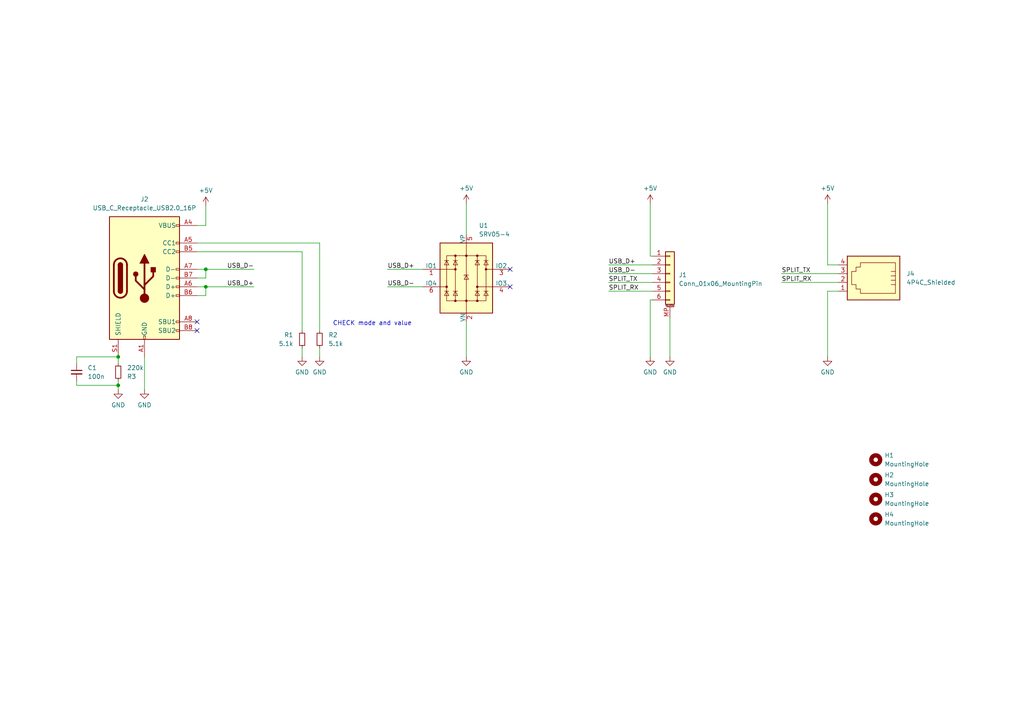
<source format=kicad_sch>
(kicad_sch (version 20230121) (generator eeschema)
  (paper "A4")
  (lib_symbols
    (symbol "Connector:4P4C" (pin_names (offset 1.016))
      (property "Reference" "J" (at -5.08 8.89 0))
      (property "Value" "4P4C" (at 2.54 8.89 0))
      (symbol "4P4C_0_1"
        (polyline (pts (xy -6.35 -0.635) (xy -5.08 -0.635) (xy -5.08 -0.635)))
        (polyline (pts (xy -6.35 0.635) (xy -5.08 0.635) (xy -5.08 0.635)))
        (polyline (pts (xy -6.35 1.905) (xy -5.08 1.905) (xy -5.08 1.905)))
        (polyline (pts (xy -6.35 3.175) (xy -5.08 3.175) (xy -5.08 3.175)))
        (polyline (pts (xy -6.35 -3.175) (xy -6.35 5.715) (xy -1.27 5.715) (xy 3.81 5.715) (xy 3.81 4.445) (xy 5.08 4.445) (xy 5.08 3.175) (xy 6.35 3.175) (xy 6.35 -0.635) (xy 5.08 -0.635) (xy 5.08 -1.905) (xy 3.81 -1.905) (xy 3.81 -3.175) (xy -6.35 -3.175) (xy -6.35 -3.175)))
        (rectangle (start 7.62 7.62) (end -7.62 -5.08) (stroke (width 0.254)) (fill (type background)))
      )
      (symbol "4P4C_1_1"
        (pin passive line (at 10.16 -2.54 180) (length 2.54) (name "~") (number "1"))
        (pin passive line (at 10.16 0 180) (length 2.54) (name "~") (number "2"))
        (pin passive line (at 10.16 2.54 180) (length 2.54) (name "~") (number "3"))
        (pin passive line (at 10.16 5.08 180) (length 2.54) (name "~") (number "4"))
      )
    )
    (symbol "Connector:USB_C_Receptacle_USB2.0_16P" (pin_names (offset 1.016))
      (property "Reference" "J" (at 0 22.225 0))
      (property "Value" "USB_C_Receptacle_USB2.0_16P" (at 0 19.685 0))
      (symbol "USB_C_Receptacle_USB2.0_16P_0_0"
        (rectangle (start -0.254 -17.78) (end 0.254 -16.764))
        (rectangle (start 10.16 -14.986) (end 9.144 -15.494))
        (rectangle (start 10.16 -12.446) (end 9.144 -12.954))
        (rectangle (start 10.16 -4.826) (end 9.144 -5.334))
        (rectangle (start 10.16 -2.286) (end 9.144 -2.794))
        (rectangle (start 10.16 0.254) (end 9.144 -0.254))
        (rectangle (start 10.16 2.794) (end 9.144 2.286))
        (rectangle (start 10.16 7.874) (end 9.144 7.366))
        (rectangle (start 10.16 10.414) (end 9.144 9.906))
        (rectangle (start 10.16 15.494) (end 9.144 14.986))
      )
      (symbol "USB_C_Receptacle_USB2.0_16P_0_1"
        (rectangle (start -10.16 17.78) (end 10.16 -17.78) (stroke (width 0.254)) (fill (type background)))
        (arc (start -8.89 -3.81) (mid -6.985 -5.7067) (end -5.08 -3.81) (stroke (width 0.508)))
        (arc (start -7.62 -3.81) (mid -6.985 -4.4423) (end -6.35 -3.81) (stroke (width 0.254)))
        (arc (start -7.62 -3.81) (mid -6.985 -4.4423) (end -6.35 -3.81) (stroke (width 0.254)) (fill (type outline)))
        (rectangle (start -7.62 -3.81) (end -6.35 3.81) (stroke (width 0.254)) (fill (type outline)))
        (arc (start -6.35 3.81) (mid -6.985 4.4423) (end -7.62 3.81) (stroke (width 0.254)))
        (arc (start -6.35 3.81) (mid -6.985 4.4423) (end -7.62 3.81) (stroke (width 0.254)) (fill (type outline)))
        (arc (start -5.08 3.81) (mid -6.985 5.7067) (end -8.89 3.81) (stroke (width 0.508)))
        (circle (center -2.54 1.143) (radius 0.635) (stroke (width 0.254)) (fill (type outline)))
        (circle (center 0 -5.842) (radius 1.27) (fill (type outline)))
        (polyline (pts (xy -8.89 -3.81) (xy -8.89 3.81)) (stroke (width 0.508)))
        (polyline (pts (xy -5.08 3.81) (xy -5.08 -3.81)) (stroke (width 0.508)))
        (polyline (pts (xy 0 -5.842) (xy 0 4.318)) (stroke (width 0.508)))
        (polyline (pts (xy 0 -3.302) (xy -2.54 -0.762) (xy -2.54 0.508)) (stroke (width 0.508)))
        (polyline (pts (xy 0 -2.032) (xy 2.54 0.508) (xy 2.54 1.778)) (stroke (width 0.508)))
        (polyline (pts (xy -1.27 4.318) (xy 0 6.858) (xy 1.27 4.318) (xy -1.27 4.318)) (stroke (width 0.254)) (fill (type outline)))
        (rectangle (start 1.905 1.778) (end 3.175 3.048) (stroke (width 0.254)) (fill (type outline)))
      )
      (symbol "USB_C_Receptacle_USB2.0_16P_1_1"
        (pin passive line (at 0 -22.86 90) (length 5.08) (name "GND") (number "A1"))
        (pin passive line (at 0 -22.86 90) (length 5.08) hide (name "GND") (number "A12"))
        (pin passive line (at 15.24 15.24 180) (length 5.08) (name "VBUS") (number "A4"))
        (pin bidirectional line (at 15.24 10.16 180) (length 5.08) (name "CC1") (number "A5"))
        (pin bidirectional line (at 15.24 -2.54 180) (length 5.08) (name "D+") (number "A6"))
        (pin bidirectional line (at 15.24 2.54 180) (length 5.08) (name "D-") (number "A7"))
        (pin bidirectional line (at 15.24 -12.7 180) (length 5.08) (name "SBU1") (number "A8"))
        (pin passive line (at 15.24 15.24 180) (length 5.08) hide (name "VBUS") (number "A9"))
        (pin passive line (at 0 -22.86 90) (length 5.08) hide (name "GND") (number "B1"))
        (pin passive line (at 0 -22.86 90) (length 5.08) hide (name "GND") (number "B12"))
        (pin passive line (at 15.24 15.24 180) (length 5.08) hide (name "VBUS") (number "B4"))
        (pin bidirectional line (at 15.24 7.62 180) (length 5.08) (name "CC2") (number "B5"))
        (pin bidirectional line (at 15.24 -5.08 180) (length 5.08) (name "D+") (number "B6"))
        (pin bidirectional line (at 15.24 0 180) (length 5.08) (name "D-") (number "B7"))
        (pin bidirectional line (at 15.24 -15.24 180) (length 5.08) (name "SBU2") (number "B8"))
        (pin passive line (at 15.24 15.24 180) (length 5.08) hide (name "VBUS") (number "B9"))
        (pin passive line (at -7.62 -22.86 90) (length 5.08) (name "SHIELD") (number "S1"))
      )
    )
    (symbol "Connector_Generic_MountingPin:Conn_01x06_MountingPin" (pin_names (offset 1.016) hide)
      (property "Reference" "J" (at 0 7.62 0))
      (property "Value" "Conn_01x06_MountingPin" (at 1.27 -10.16 0))
      (symbol "Conn_01x06_MountingPin_1_1"
        (rectangle (start -1.27 -7.493) (end 0 -7.747) (stroke (width 0.1524)))
        (rectangle (start -1.27 -4.953) (end 0 -5.207) (stroke (width 0.1524)))
        (rectangle (start -1.27 -2.413) (end 0 -2.667) (stroke (width 0.1524)))
        (rectangle (start -1.27 0.127) (end 0 -0.127) (stroke (width 0.1524)))
        (rectangle (start -1.27 2.667) (end 0 2.413) (stroke (width 0.1524)))
        (rectangle (start -1.27 5.207) (end 0 4.953) (stroke (width 0.1524)))
        (rectangle (start -1.27 6.35) (end 1.27 -8.89) (stroke (width 0.254)) (fill (type background)))
        (polyline (pts (xy -1.016 -9.652) (xy 1.016 -9.652)) (stroke (width 0.1524)))
        (text "Mounting" (at 0 -9.271 0) (effects (font (size 0.381 0.381))))
        (pin passive line (at -5.08 5.08 0) (length 3.81) (name "Pin_1") (number "1"))
        (pin passive line (at -5.08 2.54 0) (length 3.81) (name "Pin_2") (number "2"))
        (pin passive line (at -5.08 0 0) (length 3.81) (name "Pin_3") (number "3"))
        (pin passive line (at -5.08 -2.54 0) (length 3.81) (name "Pin_4") (number "4"))
        (pin passive line (at -5.08 -5.08 0) (length 3.81) (name "Pin_5") (number "5"))
        (pin passive line (at -5.08 -7.62 0) (length 3.81) (name "Pin_6") (number "6"))
        (pin passive line (at 0 -12.7 90) (length 3.048) (name "MountPin") (number "MP"))
      )
    )
    (symbol "Device:C_Small" (pin_numbers hide) (pin_names (offset 0.254) hide)
      (property "Reference" "C" (at 0.254 1.778 0))
      (property "Value" "C_Small" (at 0.254 -2.032 0))
      (symbol "C_Small_0_1"
        (polyline (pts (xy -1.524 -0.508) (xy 1.524 -0.508)) (stroke (width 0.3302)))
        (polyline (pts (xy -1.524 0.508) (xy 1.524 0.508)) (stroke (width 0.3048)))
      )
      (symbol "C_Small_1_1"
        (pin passive line (at 0 2.54 270) (length 2.032) (name "~") (number "1"))
        (pin passive line (at 0 -2.54 90) (length 2.032) (name "~") (number "2"))
      )
    )
    (symbol "Device:R_Small" (pin_numbers hide) (pin_names (offset 0.254) hide)
      (property "Reference" "R" (at 0.762 0.508 0))
      (property "Value" "R_Small" (at 0.762 -1.016 0))
      (symbol "R_Small_0_1"
        (rectangle (start -0.762 1.778) (end 0.762 -1.778) (stroke (width 0.2032)))
      )
      (symbol "R_Small_1_1"
        (pin passive line (at 0 2.54 270) (length 0.762) (name "~") (number "1"))
        (pin passive line (at 0 -2.54 90) (length 0.762) (name "~") (number "2"))
      )
    )
    (symbol "Mechanical:MountingHole" (pin_names (offset 1.016))
      (property "Reference" "H" (at 0 5.08 0))
      (property "Value" "MountingHole" (at 0 3.175 0))
      (symbol "MountingHole_0_1"
        (circle (center 0 0) (radius 1.27) (stroke (width 1.27)))
      )
    )
    (symbol "PCM_marbastlib-various:SRV05-4" (pin_names (offset 0))
      (property "Reference" "U" (at -5.08 11.43 0))
      (property "Value" "SRV05-4" (at 2.54 11.43 0))
      (symbol "SRV05-4_0_0"
        (rectangle (start -5.715 6.477) (end 5.715 -6.604))
        (polyline (pts (xy -3.175 -6.604) (xy -3.175 6.477)))
        (polyline (pts (xy 3.175 6.477) (xy 3.175 -6.604)))
      )
      (symbol "SRV05-4_0_1"
        (rectangle (start -7.62 10.16) (end 7.62 -10.16) (stroke (width 0.254)) (fill (type background)))
        (circle (center -5.715 -2.54) (radius 0.2794) (fill (type outline)))
        (circle (center -3.175 -6.604) (radius 0.2794) (fill (type outline)))
        (circle (center -3.175 2.54) (radius 0.2794) (fill (type outline)))
        (circle (center -3.175 6.477) (radius 0.2794) (fill (type outline)))
        (circle (center 0 -6.604) (radius 0.2794) (fill (type outline)))
        (polyline (pts (xy -7.747 2.54) (xy -3.175 2.54)))
        (polyline (pts (xy -7.62 -2.54) (xy -5.715 -2.54)))
        (polyline (pts (xy -5.08 -3.81) (xy -6.35 -3.81)))
        (polyline (pts (xy -5.08 5.08) (xy -6.35 5.08)))
        (polyline (pts (xy -2.54 -3.81) (xy -3.81 -3.81)))
        (polyline (pts (xy -2.54 5.08) (xy -3.81 5.08)))
        (polyline (pts (xy 0 10.16) (xy 0 -10.16)))
        (polyline (pts (xy 3.81 -3.81) (xy 2.54 -3.81)))
        (polyline (pts (xy 3.81 5.08) (xy 2.54 5.08)))
        (polyline (pts (xy 6.35 -3.81) (xy 5.08 -3.81)))
        (polyline (pts (xy 6.35 5.08) (xy 5.08 5.08)))
        (polyline (pts (xy 7.62 -2.54) (xy 3.175 -2.54)))
        (polyline (pts (xy 7.62 2.54) (xy 5.715 2.54)))
        (polyline (pts (xy 0.635 0.889) (xy -0.635 0.889) (xy -0.635 0.635)))
        (polyline (pts (xy -5.08 -5.08) (xy -6.35 -5.08) (xy -5.715 -3.81) (xy -5.08 -5.08)))
        (polyline (pts (xy -5.08 3.81) (xy -6.35 3.81) (xy -5.715 5.08) (xy -5.08 3.81)))
        (polyline (pts (xy -2.54 -5.08) (xy -3.81 -5.08) (xy -3.175 -3.81) (xy -2.54 -5.08)))
        (polyline (pts (xy -2.54 3.81) (xy -3.81 3.81) (xy -3.175 5.08) (xy -2.54 3.81)))
        (polyline (pts (xy 0.635 -0.381) (xy -0.635 -0.381) (xy 0 0.889) (xy 0.635 -0.381)))
        (polyline (pts (xy 3.81 -5.08) (xy 2.54 -5.08) (xy 3.175 -3.81) (xy 3.81 -5.08)))
        (polyline (pts (xy 3.81 3.81) (xy 2.54 3.81) (xy 3.175 5.08) (xy 3.81 3.81)))
        (polyline (pts (xy 6.35 -5.08) (xy 5.08 -5.08) (xy 5.715 -3.81) (xy 6.35 -5.08)))
        (polyline (pts (xy 6.35 3.81) (xy 5.08 3.81) (xy 5.715 5.08) (xy 6.35 3.81)))
        (circle (center 0 6.477) (radius 0.2794) (fill (type outline)))
        (circle (center 3.175 -6.604) (radius 0.2794) (fill (type outline)))
        (circle (center 3.175 -2.54) (radius 0.2794) (fill (type outline)))
        (circle (center 3.175 6.477) (radius 0.2794) (fill (type outline)))
        (circle (center 5.715 2.54) (radius 0.2794) (fill (type outline)))
      )
      (symbol "SRV05-4_1_1"
        (pin passive line (at -12.7 2.54 0) (length 5.08) (name "IO1") (number "1"))
        (pin passive line (at 0 -12.7 90) (length 2.54) (name "VN") (number "2"))
        (pin passive line (at 12.7 2.54 180) (length 5.08) (name "IO2") (number "3"))
        (pin passive line (at 12.7 -2.54 180) (length 5.08) (name "IO3") (number "4"))
        (pin passive line (at 0 12.7 270) (length 2.54) (name "VP") (number "5"))
        (pin passive line (at -12.7 -2.54 0) (length 5.08) (name "IO4") (number "6"))
      )
    )
    (symbol "power:+5V" (power) (pin_names (offset 0))
      (property "Value" "+5V" (at 0 3.556 0))
      (symbol "+5V_0_1"
        (polyline (pts (xy -0.762 1.27) (xy 0 2.54)))
        (polyline (pts (xy 0 0) (xy 0 2.54)))
        (polyline (pts (xy 0 2.54) (xy 0.762 1.27)))
      )
      (symbol "+5V_1_1"
        (pin power_in line (at 0 0 90) (length 0) hide (name "+5V") (number "1"))
      )
    )
    (symbol "power:GND" (power) (pin_names (offset 0))
      (property "Value" "GND" (at 0 -3.81 0))
      (symbol "GND_0_1"
        (polyline (pts (xy 0 0) (xy 0 -1.27) (xy 1.27 -1.27) (xy 0 -2.54) (xy -1.27 -1.27) (xy 0 -1.27)))
      )
      (symbol "GND_1_1"
        (pin power_in line (at 0 0 270) (length 0) hide (name "GND") (number "1"))
      )
    )
  )
  (junction (at 34.29 103.505))
  (junction (at 34.29 111.76))
  (junction (at 59.69 78.105))
  (junction (at 59.69 83.185))
  (no_connect (at 57.15 93.345))
  (no_connect (at 147.955 78.105))
  (no_connect (at 57.15 95.885))
  (no_connect (at 147.955 83.185))
  (wire (pts (xy 87.63 95.885) (xy 87.63 73.025)))
  (wire (pts (xy 176.53 76.835) (xy 189.23 76.835)))
  (wire (pts (xy 92.71 70.485) (xy 92.71 95.885)))
  (wire (pts (xy 34.29 103.505) (xy 22.225 103.505)))
  (wire (pts (xy 243.205 84.455) (xy 240.03 84.455)))
  (wire (pts (xy 59.69 65.405) (xy 59.69 59.69)))
  (wire (pts (xy 59.69 85.725) (xy 59.69 83.185)))
  (wire (pts (xy 22.225 110.49) (xy 22.225 111.76)))
  (wire (pts (xy 22.225 103.505) (xy 22.225 105.41)))
  (wire (pts (xy 240.03 76.835) (xy 243.205 76.835)))
  (wire (pts (xy 87.63 100.965) (xy 87.63 103.505)))
  (wire (pts (xy 112.395 83.185) (xy 122.555 83.185)))
  (wire (pts (xy 176.53 81.915) (xy 189.23 81.915)))
  (wire (pts (xy 59.69 78.105) (xy 73.66 78.105)))
  (wire (pts (xy 188.595 74.295) (xy 189.23 74.295)))
  (wire (pts (xy 57.15 83.185) (xy 59.69 83.185)))
  (wire (pts (xy 189.23 86.995) (xy 188.595 86.995)))
  (wire (pts (xy 112.395 78.105) (xy 122.555 78.105)))
  (wire (pts (xy 34.29 111.76) (xy 34.29 113.03)))
  (wire (pts (xy 59.69 83.185) (xy 73.66 83.185)))
  (wire (pts (xy 57.15 80.645) (xy 59.69 80.645)))
  (wire (pts (xy 194.31 92.075) (xy 194.31 103.505)))
  (wire (pts (xy 226.695 81.915) (xy 243.205 81.915)))
  (wire (pts (xy 22.225 111.76) (xy 34.29 111.76)))
  (wire (pts (xy 57.15 78.105) (xy 59.69 78.105)))
  (wire (pts (xy 57.15 70.485) (xy 92.71 70.485)))
  (wire (pts (xy 59.69 80.645) (xy 59.69 78.105)))
  (wire (pts (xy 92.71 100.965) (xy 92.71 103.505)))
  (wire (pts (xy 34.29 110.49) (xy 34.29 111.76)))
  (wire (pts (xy 57.15 85.725) (xy 59.69 85.725)))
  (wire (pts (xy 34.29 103.505) (xy 34.29 105.41)))
  (wire (pts (xy 226.695 79.375) (xy 243.205 79.375)))
  (wire (pts (xy 188.595 74.295) (xy 188.595 59.055)))
  (wire (pts (xy 176.53 84.455) (xy 189.23 84.455)))
  (wire (pts (xy 135.255 59.055) (xy 135.255 67.945)))
  (wire (pts (xy 176.53 79.375) (xy 189.23 79.375)))
  (wire (pts (xy 188.595 86.995) (xy 188.595 103.505)))
  (wire (pts (xy 41.91 113.03) (xy 41.91 103.505)))
  (wire (pts (xy 135.255 103.505) (xy 135.255 93.345)))
  (wire (pts (xy 57.15 73.025) (xy 87.63 73.025)))
  (wire (pts (xy 240.03 84.455) (xy 240.03 103.505)))
  (wire (pts (xy 57.15 65.405) (xy 59.69 65.405)))
  (wire (pts (xy 240.03 59.055) (xy 240.03 76.835)))
  (text "CHECK mode and value" (at 96.52 94.615 0) (effects (font (size 1.27 1.27)) (justify left bottom)))
  (label "USB_D+" (at 176.53 76.835 0))
  (label "SPLIT_RX" (at 176.53 84.455 0))
  (label "USB_D+" (at 112.395 78.105 0))
  (label "USB_D-" (at 176.53 79.375 0))
  (label "USB_D+" (at 73.66 83.185 180))
  (label "USB_D-" (at 73.66 78.105 180))
  (label "USB_D-" (at 112.395 83.185 0))
  (label "SPLIT_RX" (at 226.695 81.915 0))
  (label "SPLIT_TX" (at 226.695 79.375 0))
  (label "SPLIT_TX" (at 176.53 81.915 0))
  (symbol (lib_id "power:GND") (at 194.31 103.505 0) (unit 1)
    (property "Reference" "#PWR012" (effects hide))
    (property "Value" "GND" (at 194.31 107.95 0))
  )
  (symbol (lib_id "power:+5V") (at 188.595 59.055 0) (unit 1)
    (property "Reference" "#PWR04" (effects hide))
    (property "Value" "+5V" (at 188.595 54.61 0))
  )
  (symbol (lib_id "power:+5V") (at 59.69 59.69 0) (unit 1)
    (property "Reference" "#PWR02" (effects hide))
    (property "Value" "+5V" (at 59.69 55.245 0))
  )
  (symbol (lib_id "power:GND") (at 188.595 103.505 0) (unit 1)
    (property "Reference" "#PWR011" (effects hide))
    (property "Value" "GND" (at 188.595 107.95 0))
  )
  (symbol (lib_id "power:GND") (at 87.63 103.505 0) (unit 1)
    (property "Reference" "#PWR08" (effects hide))
    (property "Value" "GND" (at 87.63 107.95 0))
  )
  (symbol (lib_id "Connector_Generic_MountingPin:Conn_01x06_MountingPin") (at 194.31 79.375 0) (unit 1)
    (property "Reference" "J1" (at 196.85 79.7306 0) (effects (justify left)))
    (property "Value" "Conn_01x06_MountingPin" (at 196.85 82.2706 0) (effects (justify left)))
    (property "Footprint" "Connector_JST:JST_SHL_SM06B-SHLS-TF_1x06-1MP_P1.00mm_Horizontal" (effects hide))
  )
  (symbol (lib_id "power:GND") (at 92.71 103.505 0) (unit 1)
    (property "Reference" "#PWR09" (effects hide))
    (property "Value" "GND" (at 92.71 107.95 0))
  )
  (symbol (lib_id "power:GND") (at 34.29 113.03 0) (unit 1)
    (property "Reference" "#PWR06" (effects hide))
    (property "Value" "GND" (at 34.29 117.475 0))
  )
  (symbol (lib_id "power:+5V") (at 135.255 59.055 0) (unit 1)
    (property "Reference" "#PWR03" (effects hide))
    (property "Value" "+5V" (at 135.255 54.61 0))
  )
  (symbol (lib_id "power:+5V") (at 240.03 59.055 0) (unit 1)
    (property "Reference" "#PWR05" (effects hide))
    (property "Value" "+5V" (at 240.03 54.61 0))
  )
  (symbol (lib_id "Connector:4P4C") (at 253.365 81.915 0) (mirror y) (unit 1)
    (property "Reference" "J4" (at 262.89 79.375 0) (effects (justify right)))
    (property "Value" "4P4C_Shielded" (at 262.89 81.915 0) (effects (justify right)))
    (property "Footprint" "Connector_RJ:RJ9_Evercom_5301-440xxx_Horizontal" (effects hide))
  )
  (symbol (lib_id "Device:R_Small") (at 34.29 107.95 180) (unit 1)
    (property "Reference" "R3" (at 36.83 109.22 0) (effects (justify right)))
    (property "Value" "220k" (at 36.83 106.68 0) (effects (justify right)))
    (property "Footprint" "Resistor_SMD:R_0603_1608Metric" (effects hide))
  )
  (symbol (lib_id "Mechanical:MountingHole") (at 254 144.78 0) (unit 1)
    (property "Reference" "H3" (at 256.54 143.51 0) (effects (justify left)))
    (property "Value" "MountingHole" (at 256.54 146.05 0) (effects (justify left)))
    (property "Footprint" "MountingHole:MountingHole_2.2mm_M2" (effects hide))
  )
  (symbol (lib_id "PCM_marbastlib-various:SRV05-4") (at 135.255 80.645 0) (unit 1)
    (property "Reference" "U1" (at 138.8811 65.405 0) (effects (justify left)))
    (property "Value" "SRV05-4" (at 138.8811 67.945 0) (effects (justify left)))
    (property "Footprint" "PCM_marbastlib-various:SOT-23-6-routable" (effects hide))
    (property "Datasheet" "http://www.onsemi.com/pub/Collateral/SRV05-4-D.PDF" (effects hide))
  )
  (symbol (lib_id "Device:R_Small") (at 92.71 98.425 0) (unit 1)
    (property "Reference" "R2" (at 95.25 97.155 0) (effects (justify left)))
    (property "Value" "5.1k" (at 95.25 99.695 0) (effects (justify left)))
    (property "Footprint" "Resistor_SMD:R_0402_1005Metric" (effects hide))
  )
  (symbol (lib_id "Device:R_Small") (at 87.63 98.425 0) (unit 1)
    (property "Reference" "R1" (at 85.09 97.155 0) (effects (justify right)))
    (property "Value" "5.1k" (at 85.09 99.695 0) (effects (justify right)))
    (property "Footprint" "Resistor_SMD:R_0402_1005Metric" (effects hide))
  )
  (symbol (lib_id "power:GND") (at 41.91 113.03 0) (unit 1)
    (property "Reference" "#PWR07" (effects hide))
    (property "Value" "GND" (at 41.91 117.475 0))
  )
  (symbol (lib_id "power:GND") (at 240.03 103.505 0) (unit 1)
    (property "Reference" "#PWR013" (effects hide))
    (property "Value" "GND" (at 240.03 107.95 0))
  )
  (symbol (lib_id "Device:C_Small") (at 22.225 107.95 0) (unit 1)
    (property "Reference" "C1" (at 25.4 106.6863 0) (effects (justify left)))
    (property "Value" "100n" (at 25.4 109.2263 0) (effects (justify left)))
    (property "Footprint" "Capacitor_SMD:C_0603_1608Metric" (effects hide))
  )
  (symbol (lib_id "Mechanical:MountingHole") (at 254 139.065 0) (unit 1)
    (property "Reference" "H2" (at 256.54 137.795 0) (effects (justify left)))
    (property "Value" "MountingHole" (at 256.54 140.335 0) (effects (justify left)))
    (property "Footprint" "MountingHole:MountingHole_2.2mm_M2" (effects hide))
  )
  (symbol (lib_id "Mechanical:MountingHole") (at 254 133.35 0) (unit 1)
    (property "Reference" "H1" (at 256.54 132.08 0) (effects (justify left)))
    (property "Value" "MountingHole" (at 256.54 134.62 0) (effects (justify left)))
    (property "Footprint" "MountingHole:MountingHole_2.2mm_M2" (effects hide))
  )
  (symbol (lib_id "power:GND") (at 135.255 103.505 0) (unit 1)
    (property "Reference" "#PWR010" (effects hide))
    (property "Value" "GND" (at 135.255 107.95 0))
  )
  (symbol (lib_id "Connector:USB_C_Receptacle_USB2.0_16P") (at 41.91 80.645 0) (unit 1)
    (property "Reference" "J2" (at 41.91 57.785 0))
    (property "Value" "USB_C_Receptacle_USB2.0_16P" (at 41.91 60.325 0))
    (property "Footprint" "Connector_USB:USB_C_Receptacle_HRO_TYPE-C-31-M-12" (effects hide))
    (property "Datasheet" "https://www.usb.org/sites/default/files/documents/usb_type-c.zip" (effects hide))
  )
  (symbol (lib_id "Mechanical:MountingHole") (at 254 150.495 0) (unit 1)
    (property "Reference" "H4" (at 256.54 149.225 0) (effects (justify left)))
    (property "Value" "MountingHole" (at 256.54 151.765 0) (effects (justify left)))
    (property "Footprint" "MountingHole:MountingHole_2.2mm_M2" (effects hide))
  )
)
</source>
